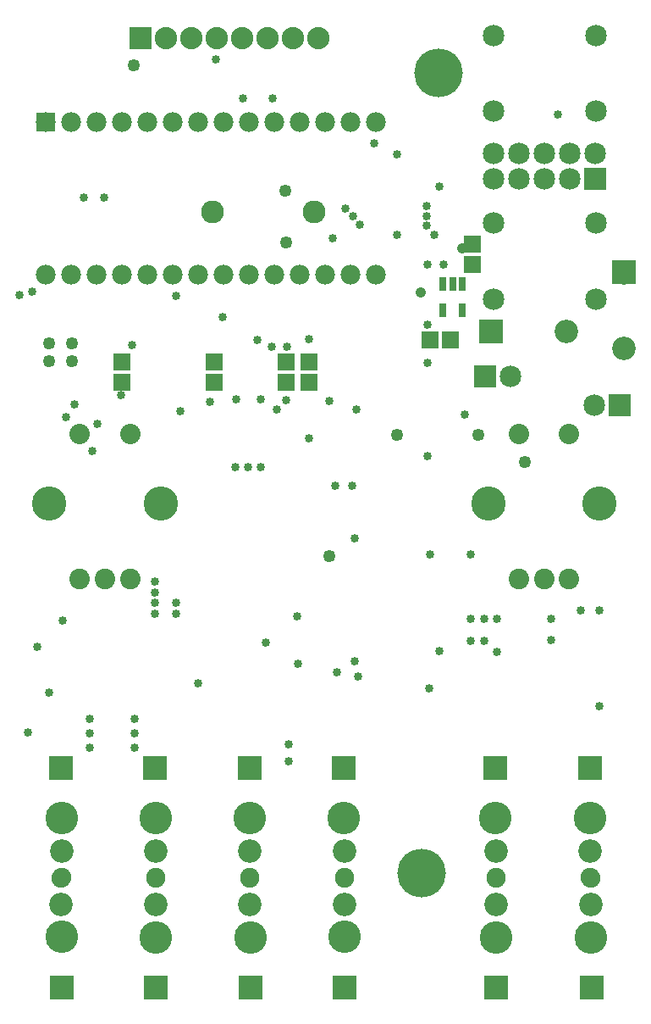
<source format=gts>
G04 MADE WITH FRITZING*
G04 WWW.FRITZING.ORG*
G04 DOUBLE SIDED*
G04 HOLES PLATED*
G04 CONTOUR ON CENTER OF CONTOUR VECTOR*
%ASAXBY*%
%FSLAX23Y23*%
%MOIN*%
%OFA0B0*%
%SFA1.0B1.0*%
%ADD10C,0.080866*%
%ADD11C,0.080000*%
%ADD12C,0.135105*%
%ADD13C,0.033622*%
%ADD14C,0.049370*%
%ADD15C,0.128110*%
%ADD16C,0.191102*%
%ADD17C,0.085000*%
%ADD18C,0.041496*%
%ADD19C,0.090000*%
%ADD20C,0.077559*%
%ADD21C,0.092000*%
%ADD22C,0.092900*%
%ADD23C,0.092836*%
%ADD24C,0.075328*%
%ADD25C,0.088000*%
%ADD26R,0.031654X0.057244*%
%ADD27R,0.069055X0.065118*%
%ADD28R,0.065118X0.069055*%
%ADD29R,0.077559X0.077559*%
%ADD30R,0.085000X0.085000*%
%ADD31R,0.092000X0.092000*%
%ADD32R,0.096614X0.096614*%
%ADD33R,0.088000X0.088000*%
%LNMASK1*%
G90*
G70*
G54D10*
X2018Y1684D03*
G54D11*
X2018Y2255D03*
G54D10*
X2215Y1684D03*
G54D12*
X2335Y1980D03*
X1898Y1980D03*
G54D11*
X2215Y2255D03*
G54D10*
X2116Y1684D03*
G54D11*
X2018Y2255D03*
G54D10*
X2215Y1684D03*
X2116Y1684D03*
X2018Y1684D03*
G54D11*
X2215Y2255D03*
G54D12*
X2335Y1980D03*
X1898Y1980D03*
G54D10*
X2018Y1684D03*
G54D11*
X2018Y2255D03*
G54D10*
X2215Y1684D03*
G54D12*
X2335Y1980D03*
X1898Y1980D03*
G54D11*
X2215Y2255D03*
G54D10*
X2116Y1684D03*
X289Y1684D03*
G54D11*
X289Y2255D03*
G54D10*
X486Y1684D03*
G54D12*
X606Y1980D03*
X169Y1980D03*
G54D11*
X486Y2255D03*
G54D10*
X388Y1684D03*
G54D11*
X289Y2255D03*
G54D10*
X486Y1684D03*
X388Y1684D03*
X289Y1684D03*
G54D11*
X486Y2255D03*
G54D12*
X606Y1980D03*
X169Y1980D03*
G54D10*
X289Y1684D03*
G54D11*
X289Y2255D03*
G54D10*
X486Y1684D03*
G54D12*
X606Y1980D03*
X169Y1980D03*
G54D11*
X486Y2255D03*
G54D10*
X388Y1684D03*
G54D13*
X1659Y2169D03*
G54D14*
X1100Y3007D03*
G54D13*
X2144Y1444D03*
X1880Y1527D03*
X1829Y1783D03*
X1364Y3110D03*
X1333Y3141D03*
G54D14*
X1096Y3212D03*
X502Y3704D03*
G54D13*
X1392Y3078D03*
X1655Y3074D03*
G54D14*
X1537Y2251D03*
G54D13*
X667Y1590D03*
X1931Y1397D03*
X951Y2125D03*
X986Y2625D03*
G54D15*
X2302Y275D03*
X960Y275D03*
X1331Y277D03*
X586Y275D03*
X217Y277D03*
X1927Y275D03*
X1329Y745D03*
X956Y745D03*
X587Y745D03*
X217Y745D03*
X1925Y745D03*
X2299Y745D03*
G54D13*
X931Y3574D03*
X825Y3728D03*
G54D14*
X1270Y1775D03*
G54D13*
X1829Y1440D03*
X1829Y1527D03*
X1144Y1539D03*
X1372Y1362D03*
X1372Y1846D03*
X1022Y1436D03*
X1112Y1035D03*
X1148Y1350D03*
X1663Y1255D03*
X1703Y1401D03*
X1384Y1302D03*
X2262Y1562D03*
X2333Y1184D03*
X1931Y1527D03*
X494Y2606D03*
G54D14*
X167Y2613D03*
X258Y2613D03*
X258Y2543D03*
X167Y2543D03*
G54D13*
X1667Y1783D03*
X1880Y1440D03*
X1703Y3228D03*
X2171Y3511D03*
G54D16*
X1700Y3675D03*
X1635Y528D03*
G54D13*
X1112Y968D03*
G54D17*
X2320Y2786D03*
X1918Y2786D03*
X2320Y3084D03*
X1918Y3084D03*
X2320Y3526D03*
X1918Y3526D03*
X2320Y3823D03*
X1918Y3823D03*
G54D13*
X1191Y2629D03*
G54D18*
X1793Y2984D03*
G54D13*
X337Y2188D03*
X356Y2295D03*
X1655Y3153D03*
X1655Y3113D03*
X1191Y2239D03*
X1102Y2387D03*
X1104Y2598D03*
X801Y2382D03*
X852Y2716D03*
X451Y2409D03*
X667Y2799D03*
X1049Y3574D03*
G54D14*
X1856Y2251D03*
G54D18*
X1632Y2810D03*
G54D13*
X1659Y2535D03*
X1659Y2684D03*
G54D19*
X1211Y3129D03*
X811Y3129D03*
X1211Y3129D03*
X811Y3129D03*
G54D13*
X1002Y2125D03*
X901Y2125D03*
X1002Y2393D03*
X903Y2393D03*
X585Y1547D03*
X667Y1547D03*
X585Y1590D03*
X1270Y2385D03*
X585Y1633D03*
X683Y2346D03*
X585Y1676D03*
X1360Y2051D03*
X1378Y2352D03*
X1063Y2352D03*
X1045Y2598D03*
X1293Y2051D03*
X1805Y2330D03*
X2144Y1527D03*
X1448Y3398D03*
X1538Y3356D03*
G54D14*
X2041Y2145D03*
G54D13*
X85Y1082D03*
X52Y2800D03*
X329Y1021D03*
X503Y1021D03*
X167Y1239D03*
X102Y2816D03*
X120Y1417D03*
X503Y1078D03*
X329Y1078D03*
X329Y1136D03*
X503Y1136D03*
X222Y1523D03*
X305Y3184D03*
X384Y3184D03*
X266Y2373D03*
X234Y2322D03*
X2333Y1562D03*
G54D20*
X155Y3481D03*
X155Y2881D03*
X255Y3481D03*
X255Y2881D03*
X355Y3481D03*
X355Y2881D03*
X455Y3481D03*
X455Y2881D03*
X555Y3481D03*
X555Y2881D03*
X655Y3481D03*
X655Y2881D03*
X755Y3481D03*
X755Y2881D03*
X855Y3481D03*
X855Y2881D03*
X955Y3481D03*
X955Y2881D03*
X1055Y3481D03*
X1055Y2881D03*
X1155Y3481D03*
X1155Y2881D03*
X1255Y3481D03*
X1255Y2881D03*
X1355Y3481D03*
X1355Y2881D03*
X1455Y3481D03*
X1455Y2881D03*
X155Y3481D03*
X155Y2881D03*
X255Y3481D03*
X255Y2881D03*
X355Y3481D03*
X355Y2881D03*
X455Y3481D03*
X455Y2881D03*
X555Y3481D03*
X555Y2881D03*
X655Y3481D03*
X655Y2881D03*
X755Y3481D03*
X755Y2881D03*
X855Y3481D03*
X855Y2881D03*
X955Y3481D03*
X955Y2881D03*
X1055Y3481D03*
X1055Y2881D03*
X1155Y3481D03*
X1155Y2881D03*
X1255Y3481D03*
X1255Y2881D03*
X1355Y3481D03*
X1355Y2881D03*
X1455Y3481D03*
X1455Y2881D03*
G54D17*
X2317Y3257D03*
X2317Y3357D03*
X2217Y3257D03*
X2217Y3357D03*
X2117Y3257D03*
X2117Y3357D03*
X2017Y3257D03*
X2017Y3357D03*
X1917Y3257D03*
X1917Y3357D03*
X2317Y3257D03*
X2317Y3357D03*
X2217Y3257D03*
X2217Y3357D03*
X2117Y3257D03*
X2117Y3357D03*
X2017Y3257D03*
X2017Y3357D03*
X1917Y3257D03*
X1917Y3357D03*
G54D13*
X1722Y2921D03*
X1683Y3039D03*
X1537Y3039D03*
X1659Y2921D03*
X1283Y3026D03*
G54D21*
X2431Y2889D03*
X2431Y2591D03*
X2431Y2889D03*
X2431Y2591D03*
X1907Y2657D03*
X2205Y2657D03*
X1907Y2657D03*
X2205Y2657D03*
G54D17*
X1884Y2480D03*
X1984Y2480D03*
X1884Y2480D03*
X1984Y2480D03*
X2415Y2369D03*
X2315Y2369D03*
X2415Y2369D03*
X2315Y2369D03*
G54D13*
X1301Y1318D03*
X754Y1275D03*
G54D22*
X2303Y79D03*
G54D23*
X2301Y406D03*
G54D24*
X2301Y509D03*
G54D22*
X1929Y79D03*
G54D23*
X1926Y406D03*
G54D24*
X1926Y509D03*
G54D22*
X1332Y79D03*
G54D23*
X1330Y406D03*
G54D24*
X1330Y509D03*
G54D22*
X962Y79D03*
G54D23*
X959Y406D03*
G54D24*
X959Y509D03*
G54D22*
X588Y79D03*
G54D23*
X586Y406D03*
G54D24*
X586Y509D03*
G54D22*
X218Y79D03*
G54D23*
X215Y406D03*
G54D24*
X215Y509D03*
G54D22*
X2297Y943D03*
G54D23*
X2299Y616D03*
G54D24*
X2299Y513D03*
G54D22*
X1923Y943D03*
G54D23*
X1926Y616D03*
G54D24*
X1926Y513D03*
G54D22*
X1327Y943D03*
G54D23*
X1330Y616D03*
G54D24*
X1330Y513D03*
G54D22*
X956Y943D03*
G54D23*
X959Y616D03*
G54D24*
X959Y513D03*
G54D22*
X584Y943D03*
G54D23*
X587Y616D03*
G54D24*
X587Y513D03*
G54D22*
X215Y943D03*
G54D23*
X217Y616D03*
G54D24*
X217Y513D03*
G54D25*
X529Y3813D03*
X629Y3813D03*
X729Y3813D03*
X829Y3813D03*
X929Y3813D03*
X1029Y3813D03*
X1129Y3813D03*
X1229Y3813D03*
G54D26*
X1793Y2846D03*
X1756Y2846D03*
X1718Y2846D03*
X1718Y2743D03*
X1793Y2743D03*
G54D27*
X455Y2539D03*
X455Y2459D03*
X818Y2539D03*
X818Y2459D03*
X1102Y2539D03*
X1102Y2459D03*
X1192Y2539D03*
X1192Y2459D03*
X1833Y2921D03*
X1833Y3001D03*
G54D28*
X1667Y2625D03*
X1748Y2625D03*
G54D29*
X155Y3481D03*
X155Y3481D03*
G54D30*
X2317Y3257D03*
X2317Y3257D03*
G54D31*
X2431Y2890D03*
X2431Y2890D03*
X1906Y2657D03*
X1906Y2657D03*
G54D30*
X1884Y2480D03*
X1884Y2480D03*
X2415Y2369D03*
X2415Y2369D03*
G54D32*
X2303Y79D03*
X1929Y79D03*
X1332Y79D03*
X962Y79D03*
X588Y79D03*
X218Y79D03*
X2297Y943D03*
X1923Y943D03*
X1327Y943D03*
X956Y943D03*
X584Y943D03*
X215Y943D03*
G54D33*
X529Y3813D03*
G04 End of Mask1*
M02*
</source>
